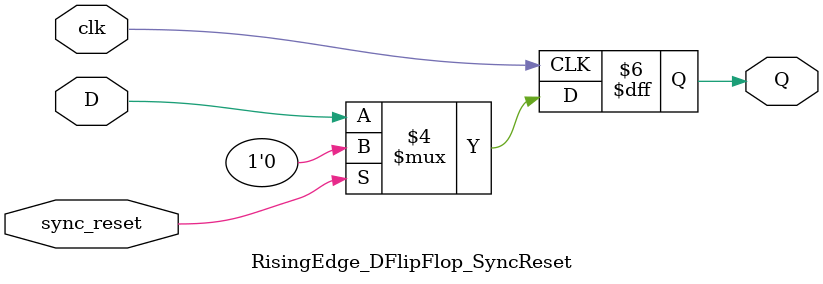
<source format=v>
module RisingEdge_DFlipFlop_SyncReset(D,clk,sync_reset,Q);
 input D; // Data input 
 input clk; // clock input 
 input sync_reset; // synchronous reset 
 output reg Q; // output Q 
 always @(posedge clk) 
 begin
  if(sync_reset==1'b1)
   Q <= 1'b0; 
  else 
   Q <= D; 
 end 
endmodule 



</source>
